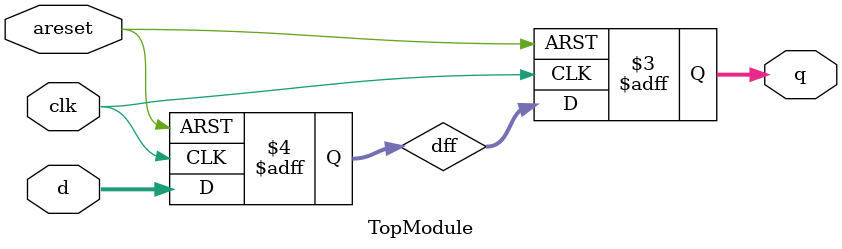
<source format=sv>

module TopModule (
    input clk,
    input [7:0] d,
    input areset,
    output reg [7:0] q
);

    // Declare individual registers for each flip-flop
    reg [7:0] dff;

    always @(posedge clk or posedge areset) begin
        if (areset) begin
            // Asynchronous reset to 0
            dff <= 8'b00000000;
        end else begin
            // Capture input on positive edge of clock
            dff <= d;
        end
    end

    // Assign the output from registers to q
    always @(posedge clk or posedge areset) begin
        if (areset) begin
            q <= 8'b00000000;
        end else begin
            q <= dff;
        end
    end

endmodule

// VERILOG-EVAL: errant inclusion of module definition

</source>
